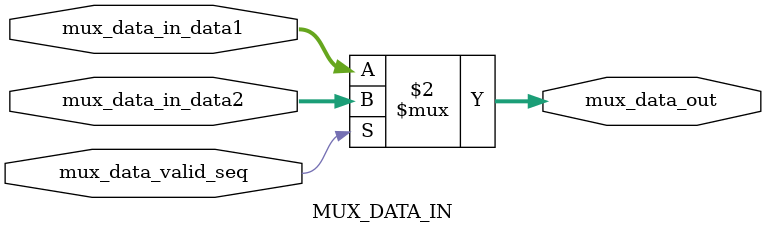
<source format=v>
`timescale 1ns / 1ps


module MUX_DATA_IN(
    input [31:0] mux_data_in_data1,
    input [31:0] mux_data_in_data2,
    input mux_data_valid_seq,
    output [31:0] mux_data_out
    );

    assign mux_data_out = mux_data_valid_seq==0 ? mux_data_in_data1 : mux_data_in_data2;

endmodule

</source>
